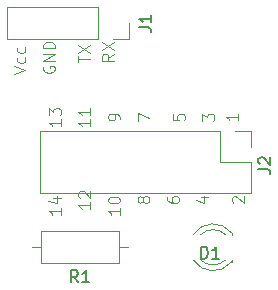
<source format=gbr>
%TF.GenerationSoftware,KiCad,Pcbnew,8.0.3*%
%TF.CreationDate,2024-11-25T08:52:28-03:00*%
%TF.ProjectId,v2pcb_embarcados,76327063-625f-4656-9d62-61726361646f,rev?*%
%TF.SameCoordinates,Original*%
%TF.FileFunction,Legend,Top*%
%TF.FilePolarity,Positive*%
%FSLAX46Y46*%
G04 Gerber Fmt 4.6, Leading zero omitted, Abs format (unit mm)*
G04 Created by KiCad (PCBNEW 8.0.3) date 2024-11-25 08:52:28*
%MOMM*%
%LPD*%
G01*
G04 APERTURE LIST*
%ADD10C,0.100000*%
%ADD11C,0.150000*%
%ADD12C,0.120000*%
G04 APERTURE END LIST*
D10*
X96372419Y-105791353D02*
X96372419Y-105172306D01*
X96372419Y-105172306D02*
X96753371Y-105505639D01*
X96753371Y-105505639D02*
X96753371Y-105362782D01*
X96753371Y-105362782D02*
X96800990Y-105267544D01*
X96800990Y-105267544D02*
X96848609Y-105219925D01*
X96848609Y-105219925D02*
X96943847Y-105172306D01*
X96943847Y-105172306D02*
X97181942Y-105172306D01*
X97181942Y-105172306D02*
X97277180Y-105219925D01*
X97277180Y-105219925D02*
X97324800Y-105267544D01*
X97324800Y-105267544D02*
X97372419Y-105362782D01*
X97372419Y-105362782D02*
X97372419Y-105648496D01*
X97372419Y-105648496D02*
X97324800Y-105743734D01*
X97324800Y-105743734D02*
X97277180Y-105791353D01*
X84372419Y-105672306D02*
X84372419Y-106243734D01*
X84372419Y-105958020D02*
X83372419Y-105958020D01*
X83372419Y-105958020D02*
X83515276Y-106053258D01*
X83515276Y-106053258D02*
X83610514Y-106148496D01*
X83610514Y-106148496D02*
X83658133Y-106243734D01*
X83372419Y-105338972D02*
X83372419Y-104719925D01*
X83372419Y-104719925D02*
X83753371Y-105053258D01*
X83753371Y-105053258D02*
X83753371Y-104910401D01*
X83753371Y-104910401D02*
X83800990Y-104815163D01*
X83800990Y-104815163D02*
X83848609Y-104767544D01*
X83848609Y-104767544D02*
X83943847Y-104719925D01*
X83943847Y-104719925D02*
X84181942Y-104719925D01*
X84181942Y-104719925D02*
X84277180Y-104767544D01*
X84277180Y-104767544D02*
X84324800Y-104815163D01*
X84324800Y-104815163D02*
X84372419Y-104910401D01*
X84372419Y-104910401D02*
X84372419Y-105196115D01*
X84372419Y-105196115D02*
X84324800Y-105291353D01*
X84324800Y-105291353D02*
X84277180Y-105338972D01*
X86872419Y-105672306D02*
X86872419Y-106243734D01*
X86872419Y-105958020D02*
X85872419Y-105958020D01*
X85872419Y-105958020D02*
X86015276Y-106053258D01*
X86015276Y-106053258D02*
X86110514Y-106148496D01*
X86110514Y-106148496D02*
X86158133Y-106243734D01*
X86872419Y-104719925D02*
X86872419Y-105291353D01*
X86872419Y-105005639D02*
X85872419Y-105005639D01*
X85872419Y-105005639D02*
X86015276Y-105100877D01*
X86015276Y-105100877D02*
X86110514Y-105196115D01*
X86110514Y-105196115D02*
X86158133Y-105291353D01*
X84372419Y-113172306D02*
X84372419Y-113743734D01*
X84372419Y-113458020D02*
X83372419Y-113458020D01*
X83372419Y-113458020D02*
X83515276Y-113553258D01*
X83515276Y-113553258D02*
X83610514Y-113648496D01*
X83610514Y-113648496D02*
X83658133Y-113743734D01*
X83705752Y-112315163D02*
X84372419Y-112315163D01*
X83324800Y-112553258D02*
X84039085Y-112791353D01*
X84039085Y-112791353D02*
X84039085Y-112172306D01*
X85872419Y-100838972D02*
X85872419Y-100267544D01*
X86872419Y-100553258D02*
X85872419Y-100553258D01*
X85872419Y-100029448D02*
X86872419Y-99362782D01*
X85872419Y-99362782D02*
X86872419Y-100029448D01*
X89372419Y-113172306D02*
X89372419Y-113743734D01*
X89372419Y-113458020D02*
X88372419Y-113458020D01*
X88372419Y-113458020D02*
X88515276Y-113553258D01*
X88515276Y-113553258D02*
X88610514Y-113648496D01*
X88610514Y-113648496D02*
X88658133Y-113743734D01*
X88372419Y-112553258D02*
X88372419Y-112458020D01*
X88372419Y-112458020D02*
X88420038Y-112362782D01*
X88420038Y-112362782D02*
X88467657Y-112315163D01*
X88467657Y-112315163D02*
X88562895Y-112267544D01*
X88562895Y-112267544D02*
X88753371Y-112219925D01*
X88753371Y-112219925D02*
X88991466Y-112219925D01*
X88991466Y-112219925D02*
X89181942Y-112267544D01*
X89181942Y-112267544D02*
X89277180Y-112315163D01*
X89277180Y-112315163D02*
X89324800Y-112362782D01*
X89324800Y-112362782D02*
X89372419Y-112458020D01*
X89372419Y-112458020D02*
X89372419Y-112553258D01*
X89372419Y-112553258D02*
X89324800Y-112648496D01*
X89324800Y-112648496D02*
X89277180Y-112696115D01*
X89277180Y-112696115D02*
X89181942Y-112743734D01*
X89181942Y-112743734D02*
X88991466Y-112791353D01*
X88991466Y-112791353D02*
X88753371Y-112791353D01*
X88753371Y-112791353D02*
X88562895Y-112743734D01*
X88562895Y-112743734D02*
X88467657Y-112696115D01*
X88467657Y-112696115D02*
X88420038Y-112648496D01*
X88420038Y-112648496D02*
X88372419Y-112553258D01*
X99372419Y-105172306D02*
X99372419Y-105743734D01*
X99372419Y-105458020D02*
X98372419Y-105458020D01*
X98372419Y-105458020D02*
X98515276Y-105553258D01*
X98515276Y-105553258D02*
X98610514Y-105648496D01*
X98610514Y-105648496D02*
X98658133Y-105743734D01*
X91300990Y-112553258D02*
X91253371Y-112648496D01*
X91253371Y-112648496D02*
X91205752Y-112696115D01*
X91205752Y-112696115D02*
X91110514Y-112743734D01*
X91110514Y-112743734D02*
X91062895Y-112743734D01*
X91062895Y-112743734D02*
X90967657Y-112696115D01*
X90967657Y-112696115D02*
X90920038Y-112648496D01*
X90920038Y-112648496D02*
X90872419Y-112553258D01*
X90872419Y-112553258D02*
X90872419Y-112362782D01*
X90872419Y-112362782D02*
X90920038Y-112267544D01*
X90920038Y-112267544D02*
X90967657Y-112219925D01*
X90967657Y-112219925D02*
X91062895Y-112172306D01*
X91062895Y-112172306D02*
X91110514Y-112172306D01*
X91110514Y-112172306D02*
X91205752Y-112219925D01*
X91205752Y-112219925D02*
X91253371Y-112267544D01*
X91253371Y-112267544D02*
X91300990Y-112362782D01*
X91300990Y-112362782D02*
X91300990Y-112553258D01*
X91300990Y-112553258D02*
X91348609Y-112648496D01*
X91348609Y-112648496D02*
X91396228Y-112696115D01*
X91396228Y-112696115D02*
X91491466Y-112743734D01*
X91491466Y-112743734D02*
X91681942Y-112743734D01*
X91681942Y-112743734D02*
X91777180Y-112696115D01*
X91777180Y-112696115D02*
X91824800Y-112648496D01*
X91824800Y-112648496D02*
X91872419Y-112553258D01*
X91872419Y-112553258D02*
X91872419Y-112362782D01*
X91872419Y-112362782D02*
X91824800Y-112267544D01*
X91824800Y-112267544D02*
X91777180Y-112219925D01*
X91777180Y-112219925D02*
X91681942Y-112172306D01*
X91681942Y-112172306D02*
X91491466Y-112172306D01*
X91491466Y-112172306D02*
X91396228Y-112219925D01*
X91396228Y-112219925D02*
X91348609Y-112267544D01*
X91348609Y-112267544D02*
X91300990Y-112362782D01*
X88872419Y-100124687D02*
X88396228Y-100458020D01*
X88872419Y-100696115D02*
X87872419Y-100696115D01*
X87872419Y-100696115D02*
X87872419Y-100315163D01*
X87872419Y-100315163D02*
X87920038Y-100219925D01*
X87920038Y-100219925D02*
X87967657Y-100172306D01*
X87967657Y-100172306D02*
X88062895Y-100124687D01*
X88062895Y-100124687D02*
X88205752Y-100124687D01*
X88205752Y-100124687D02*
X88300990Y-100172306D01*
X88300990Y-100172306D02*
X88348609Y-100219925D01*
X88348609Y-100219925D02*
X88396228Y-100315163D01*
X88396228Y-100315163D02*
X88396228Y-100696115D01*
X87872419Y-99791353D02*
X88872419Y-99124687D01*
X87872419Y-99124687D02*
X88872419Y-99791353D01*
X89372419Y-105648496D02*
X89372419Y-105458020D01*
X89372419Y-105458020D02*
X89324800Y-105362782D01*
X89324800Y-105362782D02*
X89277180Y-105315163D01*
X89277180Y-105315163D02*
X89134323Y-105219925D01*
X89134323Y-105219925D02*
X88943847Y-105172306D01*
X88943847Y-105172306D02*
X88562895Y-105172306D01*
X88562895Y-105172306D02*
X88467657Y-105219925D01*
X88467657Y-105219925D02*
X88420038Y-105267544D01*
X88420038Y-105267544D02*
X88372419Y-105362782D01*
X88372419Y-105362782D02*
X88372419Y-105553258D01*
X88372419Y-105553258D02*
X88420038Y-105648496D01*
X88420038Y-105648496D02*
X88467657Y-105696115D01*
X88467657Y-105696115D02*
X88562895Y-105743734D01*
X88562895Y-105743734D02*
X88800990Y-105743734D01*
X88800990Y-105743734D02*
X88896228Y-105696115D01*
X88896228Y-105696115D02*
X88943847Y-105648496D01*
X88943847Y-105648496D02*
X88991466Y-105553258D01*
X88991466Y-105553258D02*
X88991466Y-105362782D01*
X88991466Y-105362782D02*
X88943847Y-105267544D01*
X88943847Y-105267544D02*
X88896228Y-105219925D01*
X88896228Y-105219925D02*
X88800990Y-105172306D01*
X93372419Y-112267544D02*
X93372419Y-112458020D01*
X93372419Y-112458020D02*
X93420038Y-112553258D01*
X93420038Y-112553258D02*
X93467657Y-112600877D01*
X93467657Y-112600877D02*
X93610514Y-112696115D01*
X93610514Y-112696115D02*
X93800990Y-112743734D01*
X93800990Y-112743734D02*
X94181942Y-112743734D01*
X94181942Y-112743734D02*
X94277180Y-112696115D01*
X94277180Y-112696115D02*
X94324800Y-112648496D01*
X94324800Y-112648496D02*
X94372419Y-112553258D01*
X94372419Y-112553258D02*
X94372419Y-112362782D01*
X94372419Y-112362782D02*
X94324800Y-112267544D01*
X94324800Y-112267544D02*
X94277180Y-112219925D01*
X94277180Y-112219925D02*
X94181942Y-112172306D01*
X94181942Y-112172306D02*
X93943847Y-112172306D01*
X93943847Y-112172306D02*
X93848609Y-112219925D01*
X93848609Y-112219925D02*
X93800990Y-112267544D01*
X93800990Y-112267544D02*
X93753371Y-112362782D01*
X93753371Y-112362782D02*
X93753371Y-112553258D01*
X93753371Y-112553258D02*
X93800990Y-112648496D01*
X93800990Y-112648496D02*
X93848609Y-112696115D01*
X93848609Y-112696115D02*
X93943847Y-112743734D01*
X98967657Y-112743734D02*
X98920038Y-112696115D01*
X98920038Y-112696115D02*
X98872419Y-112600877D01*
X98872419Y-112600877D02*
X98872419Y-112362782D01*
X98872419Y-112362782D02*
X98920038Y-112267544D01*
X98920038Y-112267544D02*
X98967657Y-112219925D01*
X98967657Y-112219925D02*
X99062895Y-112172306D01*
X99062895Y-112172306D02*
X99158133Y-112172306D01*
X99158133Y-112172306D02*
X99300990Y-112219925D01*
X99300990Y-112219925D02*
X99872419Y-112791353D01*
X99872419Y-112791353D02*
X99872419Y-112172306D01*
X90872419Y-105791353D02*
X90872419Y-105124687D01*
X90872419Y-105124687D02*
X91872419Y-105553258D01*
X86872419Y-112672306D02*
X86872419Y-113243734D01*
X86872419Y-112958020D02*
X85872419Y-112958020D01*
X85872419Y-112958020D02*
X86015276Y-113053258D01*
X86015276Y-113053258D02*
X86110514Y-113148496D01*
X86110514Y-113148496D02*
X86158133Y-113243734D01*
X85967657Y-112291353D02*
X85920038Y-112243734D01*
X85920038Y-112243734D02*
X85872419Y-112148496D01*
X85872419Y-112148496D02*
X85872419Y-111910401D01*
X85872419Y-111910401D02*
X85920038Y-111815163D01*
X85920038Y-111815163D02*
X85967657Y-111767544D01*
X85967657Y-111767544D02*
X86062895Y-111719925D01*
X86062895Y-111719925D02*
X86158133Y-111719925D01*
X86158133Y-111719925D02*
X86300990Y-111767544D01*
X86300990Y-111767544D02*
X86872419Y-112338972D01*
X86872419Y-112338972D02*
X86872419Y-111719925D01*
X96205752Y-112267544D02*
X96872419Y-112267544D01*
X95824800Y-112505639D02*
X96539085Y-112743734D01*
X96539085Y-112743734D02*
X96539085Y-112124687D01*
X93872419Y-105219925D02*
X93872419Y-105696115D01*
X93872419Y-105696115D02*
X94348609Y-105743734D01*
X94348609Y-105743734D02*
X94300990Y-105696115D01*
X94300990Y-105696115D02*
X94253371Y-105600877D01*
X94253371Y-105600877D02*
X94253371Y-105362782D01*
X94253371Y-105362782D02*
X94300990Y-105267544D01*
X94300990Y-105267544D02*
X94348609Y-105219925D01*
X94348609Y-105219925D02*
X94443847Y-105172306D01*
X94443847Y-105172306D02*
X94681942Y-105172306D01*
X94681942Y-105172306D02*
X94777180Y-105219925D01*
X94777180Y-105219925D02*
X94824800Y-105267544D01*
X94824800Y-105267544D02*
X94872419Y-105362782D01*
X94872419Y-105362782D02*
X94872419Y-105600877D01*
X94872419Y-105600877D02*
X94824800Y-105696115D01*
X94824800Y-105696115D02*
X94777180Y-105743734D01*
X82920038Y-101172306D02*
X82872419Y-101267544D01*
X82872419Y-101267544D02*
X82872419Y-101410401D01*
X82872419Y-101410401D02*
X82920038Y-101553258D01*
X82920038Y-101553258D02*
X83015276Y-101648496D01*
X83015276Y-101648496D02*
X83110514Y-101696115D01*
X83110514Y-101696115D02*
X83300990Y-101743734D01*
X83300990Y-101743734D02*
X83443847Y-101743734D01*
X83443847Y-101743734D02*
X83634323Y-101696115D01*
X83634323Y-101696115D02*
X83729561Y-101648496D01*
X83729561Y-101648496D02*
X83824800Y-101553258D01*
X83824800Y-101553258D02*
X83872419Y-101410401D01*
X83872419Y-101410401D02*
X83872419Y-101315163D01*
X83872419Y-101315163D02*
X83824800Y-101172306D01*
X83824800Y-101172306D02*
X83777180Y-101124687D01*
X83777180Y-101124687D02*
X83443847Y-101124687D01*
X83443847Y-101124687D02*
X83443847Y-101315163D01*
X83872419Y-100696115D02*
X82872419Y-100696115D01*
X82872419Y-100696115D02*
X83872419Y-100124687D01*
X83872419Y-100124687D02*
X82872419Y-100124687D01*
X83872419Y-99648496D02*
X82872419Y-99648496D01*
X82872419Y-99648496D02*
X82872419Y-99410401D01*
X82872419Y-99410401D02*
X82920038Y-99267544D01*
X82920038Y-99267544D02*
X83015276Y-99172306D01*
X83015276Y-99172306D02*
X83110514Y-99124687D01*
X83110514Y-99124687D02*
X83300990Y-99077068D01*
X83300990Y-99077068D02*
X83443847Y-99077068D01*
X83443847Y-99077068D02*
X83634323Y-99124687D01*
X83634323Y-99124687D02*
X83729561Y-99172306D01*
X83729561Y-99172306D02*
X83824800Y-99267544D01*
X83824800Y-99267544D02*
X83872419Y-99410401D01*
X83872419Y-99410401D02*
X83872419Y-99648496D01*
X80372419Y-101838972D02*
X81372419Y-101505639D01*
X81372419Y-101505639D02*
X80372419Y-101172306D01*
X81324800Y-100410401D02*
X81372419Y-100505639D01*
X81372419Y-100505639D02*
X81372419Y-100696115D01*
X81372419Y-100696115D02*
X81324800Y-100791353D01*
X81324800Y-100791353D02*
X81277180Y-100838972D01*
X81277180Y-100838972D02*
X81181942Y-100886591D01*
X81181942Y-100886591D02*
X80896228Y-100886591D01*
X80896228Y-100886591D02*
X80800990Y-100838972D01*
X80800990Y-100838972D02*
X80753371Y-100791353D01*
X80753371Y-100791353D02*
X80705752Y-100696115D01*
X80705752Y-100696115D02*
X80705752Y-100505639D01*
X80705752Y-100505639D02*
X80753371Y-100410401D01*
X81324800Y-99553258D02*
X81372419Y-99648496D01*
X81372419Y-99648496D02*
X81372419Y-99838972D01*
X81372419Y-99838972D02*
X81324800Y-99934210D01*
X81324800Y-99934210D02*
X81277180Y-99981829D01*
X81277180Y-99981829D02*
X81181942Y-100029448D01*
X81181942Y-100029448D02*
X80896228Y-100029448D01*
X80896228Y-100029448D02*
X80800990Y-99981829D01*
X80800990Y-99981829D02*
X80753371Y-99934210D01*
X80753371Y-99934210D02*
X80705752Y-99838972D01*
X80705752Y-99838972D02*
X80705752Y-99648496D01*
X80705752Y-99648496D02*
X80753371Y-99553258D01*
D11*
X85833333Y-119454819D02*
X85500000Y-118978628D01*
X85261905Y-119454819D02*
X85261905Y-118454819D01*
X85261905Y-118454819D02*
X85642857Y-118454819D01*
X85642857Y-118454819D02*
X85738095Y-118502438D01*
X85738095Y-118502438D02*
X85785714Y-118550057D01*
X85785714Y-118550057D02*
X85833333Y-118645295D01*
X85833333Y-118645295D02*
X85833333Y-118788152D01*
X85833333Y-118788152D02*
X85785714Y-118883390D01*
X85785714Y-118883390D02*
X85738095Y-118931009D01*
X85738095Y-118931009D02*
X85642857Y-118978628D01*
X85642857Y-118978628D02*
X85261905Y-118978628D01*
X86785714Y-119454819D02*
X86214286Y-119454819D01*
X86500000Y-119454819D02*
X86500000Y-118454819D01*
X86500000Y-118454819D02*
X86404762Y-118597676D01*
X86404762Y-118597676D02*
X86309524Y-118692914D01*
X86309524Y-118692914D02*
X86214286Y-118740533D01*
X91024819Y-97858333D02*
X91739104Y-97858333D01*
X91739104Y-97858333D02*
X91881961Y-97905952D01*
X91881961Y-97905952D02*
X91977200Y-98001190D01*
X91977200Y-98001190D02*
X92024819Y-98144047D01*
X92024819Y-98144047D02*
X92024819Y-98239285D01*
X92024819Y-96858333D02*
X92024819Y-97429761D01*
X92024819Y-97144047D02*
X91024819Y-97144047D01*
X91024819Y-97144047D02*
X91167676Y-97239285D01*
X91167676Y-97239285D02*
X91262914Y-97334523D01*
X91262914Y-97334523D02*
X91310533Y-97429761D01*
X101114819Y-109873333D02*
X101829104Y-109873333D01*
X101829104Y-109873333D02*
X101971961Y-109920952D01*
X101971961Y-109920952D02*
X102067200Y-110016190D01*
X102067200Y-110016190D02*
X102114819Y-110159047D01*
X102114819Y-110159047D02*
X102114819Y-110254285D01*
X101210057Y-109444761D02*
X101162438Y-109397142D01*
X101162438Y-109397142D02*
X101114819Y-109301904D01*
X101114819Y-109301904D02*
X101114819Y-109063809D01*
X101114819Y-109063809D02*
X101162438Y-108968571D01*
X101162438Y-108968571D02*
X101210057Y-108920952D01*
X101210057Y-108920952D02*
X101305295Y-108873333D01*
X101305295Y-108873333D02*
X101400533Y-108873333D01*
X101400533Y-108873333D02*
X101543390Y-108920952D01*
X101543390Y-108920952D02*
X102114819Y-109492380D01*
X102114819Y-109492380D02*
X102114819Y-108873333D01*
X96261905Y-117454819D02*
X96261905Y-116454819D01*
X96261905Y-116454819D02*
X96500000Y-116454819D01*
X96500000Y-116454819D02*
X96642857Y-116502438D01*
X96642857Y-116502438D02*
X96738095Y-116597676D01*
X96738095Y-116597676D02*
X96785714Y-116692914D01*
X96785714Y-116692914D02*
X96833333Y-116883390D01*
X96833333Y-116883390D02*
X96833333Y-117026247D01*
X96833333Y-117026247D02*
X96785714Y-117216723D01*
X96785714Y-117216723D02*
X96738095Y-117311961D01*
X96738095Y-117311961D02*
X96642857Y-117407200D01*
X96642857Y-117407200D02*
X96500000Y-117454819D01*
X96500000Y-117454819D02*
X96261905Y-117454819D01*
X97785714Y-117454819D02*
X97214286Y-117454819D01*
X97500000Y-117454819D02*
X97500000Y-116454819D01*
X97500000Y-116454819D02*
X97404762Y-116597676D01*
X97404762Y-116597676D02*
X97309524Y-116692914D01*
X97309524Y-116692914D02*
X97214286Y-116740533D01*
D12*
%TO.C,R1*%
X81960000Y-116500000D02*
X82730000Y-116500000D01*
X82730000Y-115130000D02*
X82730000Y-117870000D01*
X82730000Y-117870000D02*
X89270000Y-117870000D01*
X89270000Y-115130000D02*
X82730000Y-115130000D01*
X89270000Y-117870000D02*
X89270000Y-115130000D01*
X90040000Y-116500000D02*
X89270000Y-116500000D01*
%TO.C,J1*%
X79850000Y-96195000D02*
X79850000Y-98855000D01*
X87530000Y-96195000D02*
X79850000Y-96195000D01*
X87530000Y-96195000D02*
X87530000Y-98855000D01*
X87530000Y-98855000D02*
X79850000Y-98855000D01*
X90130000Y-97525000D02*
X90130000Y-98855000D01*
X90130000Y-98855000D02*
X88800000Y-98855000D01*
%TO.C,J2*%
X82590000Y-106670000D02*
X82590000Y-111870000D01*
X97890000Y-106670000D02*
X82590000Y-106670000D01*
X97890000Y-106670000D02*
X97890000Y-109270000D01*
X97890000Y-109270000D02*
X100490000Y-109270000D01*
X99160000Y-106670000D02*
X100490000Y-106670000D01*
X100490000Y-106670000D02*
X100490000Y-108000000D01*
X100490000Y-109270000D02*
X100490000Y-111870000D01*
X100490000Y-111870000D02*
X82590000Y-111870000D01*
%TO.C,D1*%
X98830000Y-115420000D02*
X98830000Y-115264000D01*
X98830000Y-117736000D02*
X98830000Y-117580000D01*
X95597665Y-115421392D02*
G75*
G02*
X98830000Y-115264484I1672335J-1078608D01*
G01*
X96228870Y-115420163D02*
G75*
G02*
X98310961Y-115420000I1041130J-1079837D01*
G01*
X98310961Y-117580000D02*
G75*
G02*
X96228870Y-117579837I-1040961J1080000D01*
G01*
X98830000Y-117735516D02*
G75*
G02*
X95597665Y-117578608I-1560000J1235516D01*
G01*
%TD*%
M02*

</source>
